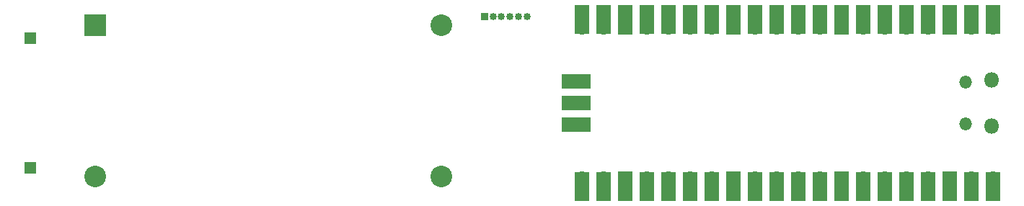
<source format=gbr>
%TF.GenerationSoftware,KiCad,Pcbnew,(6.0.9)*%
%TF.CreationDate,2023-01-12T20:02:04+01:00*%
%TF.ProjectId,pcb,7063622e-6b69-4636-9164-5f7063625858,rev?*%
%TF.SameCoordinates,Original*%
%TF.FileFunction,Soldermask,Top*%
%TF.FilePolarity,Negative*%
%FSLAX46Y46*%
G04 Gerber Fmt 4.6, Leading zero omitted, Abs format (unit mm)*
G04 Created by KiCad (PCBNEW (6.0.9)) date 2023-01-12 20:02:04*
%MOMM*%
%LPD*%
G01*
G04 APERTURE LIST*
%ADD10O,1.800000X1.800000*%
%ADD11O,1.500000X1.500000*%
%ADD12R,1.700000X3.500000*%
%ADD13O,1.700000X1.700000*%
%ADD14R,1.700000X1.700000*%
%ADD15R,3.500000X1.700000*%
%ADD16R,1.350000X1.350000*%
%ADD17R,0.850000X0.850000*%
%ADD18O,0.850000X0.850000*%
%ADD19R,2.540000X2.540000*%
%ADD20C,2.540000*%
G04 APERTURE END LIST*
D10*
%TO.C,U1*%
X189472000Y-33713000D03*
D11*
X186442000Y-28563000D03*
X186442000Y-33413000D03*
D10*
X189472000Y-28263000D03*
D12*
X189602000Y-21198000D03*
D13*
X189602000Y-22098000D03*
D12*
X187062000Y-21198000D03*
D13*
X187062000Y-22098000D03*
D12*
X184522000Y-21198000D03*
D14*
X184522000Y-22098000D03*
D12*
X181982000Y-21198000D03*
D13*
X181982000Y-22098000D03*
D12*
X179442000Y-21198000D03*
D13*
X179442000Y-22098000D03*
D12*
X176902000Y-21198000D03*
D13*
X176902000Y-22098000D03*
D12*
X174362000Y-21198000D03*
D13*
X174362000Y-22098000D03*
D12*
X171822000Y-21198000D03*
D14*
X171822000Y-22098000D03*
D12*
X169282000Y-21198000D03*
D13*
X169282000Y-22098000D03*
D12*
X166742000Y-21198000D03*
D13*
X166742000Y-22098000D03*
X164202000Y-22098000D03*
D12*
X164202000Y-21198000D03*
X161662000Y-21198000D03*
D13*
X161662000Y-22098000D03*
D14*
X159122000Y-22098000D03*
D12*
X159122000Y-21198000D03*
D13*
X156582000Y-22098000D03*
D12*
X156582000Y-21198000D03*
D13*
X154042000Y-22098000D03*
D12*
X154042000Y-21198000D03*
X151502000Y-21198000D03*
D13*
X151502000Y-22098000D03*
X148962000Y-22098000D03*
D12*
X148962000Y-21198000D03*
X146422000Y-21198000D03*
D14*
X146422000Y-22098000D03*
D12*
X143882000Y-21198000D03*
D13*
X143882000Y-22098000D03*
D12*
X141342000Y-21198000D03*
D13*
X141342000Y-22098000D03*
X141342000Y-39878000D03*
D12*
X141342000Y-40778000D03*
D13*
X143882000Y-39878000D03*
D12*
X143882000Y-40778000D03*
D14*
X146422000Y-39878000D03*
D12*
X146422000Y-40778000D03*
D13*
X148962000Y-39878000D03*
D12*
X148962000Y-40778000D03*
D13*
X151502000Y-39878000D03*
D12*
X151502000Y-40778000D03*
X154042000Y-40778000D03*
D13*
X154042000Y-39878000D03*
D12*
X156582000Y-40778000D03*
D13*
X156582000Y-39878000D03*
D12*
X159122000Y-40778000D03*
D14*
X159122000Y-39878000D03*
D12*
X161662000Y-40778000D03*
D13*
X161662000Y-39878000D03*
D12*
X164202000Y-40778000D03*
D13*
X164202000Y-39878000D03*
D12*
X166742000Y-40778000D03*
D13*
X166742000Y-39878000D03*
X169282000Y-39878000D03*
D12*
X169282000Y-40778000D03*
X171822000Y-40778000D03*
D14*
X171822000Y-39878000D03*
D12*
X174362000Y-40778000D03*
D13*
X174362000Y-39878000D03*
X176902000Y-39878000D03*
D12*
X176902000Y-40778000D03*
X179442000Y-40778000D03*
D13*
X179442000Y-39878000D03*
X181982000Y-39878000D03*
D12*
X181982000Y-40778000D03*
X184522000Y-40778000D03*
D14*
X184522000Y-39878000D03*
D13*
X187062000Y-39878000D03*
D12*
X187062000Y-40778000D03*
X189602000Y-40778000D03*
D13*
X189602000Y-39878000D03*
D15*
X140672000Y-28448000D03*
D13*
X141572000Y-28448000D03*
D14*
X141572000Y-30988000D03*
D15*
X140672000Y-30988000D03*
X140672000Y-33528000D03*
D13*
X141572000Y-33528000D03*
%TD*%
D16*
%TO.C,J2*%
X76581000Y-23368000D03*
%TD*%
%TO.C,J3*%
X76581000Y-38608000D03*
%TD*%
D17*
%TO.C,J1*%
X129921000Y-20828000D03*
D18*
X130921000Y-20828000D03*
X131921000Y-20828000D03*
X132921000Y-20828000D03*
X133921000Y-20828000D03*
X134921000Y-20828000D03*
%TD*%
D19*
%TO.C,U2*%
X84201000Y-21818000D03*
D20*
X84201000Y-39598000D03*
X124841000Y-39598000D03*
X124841000Y-21818000D03*
%TD*%
M02*

</source>
